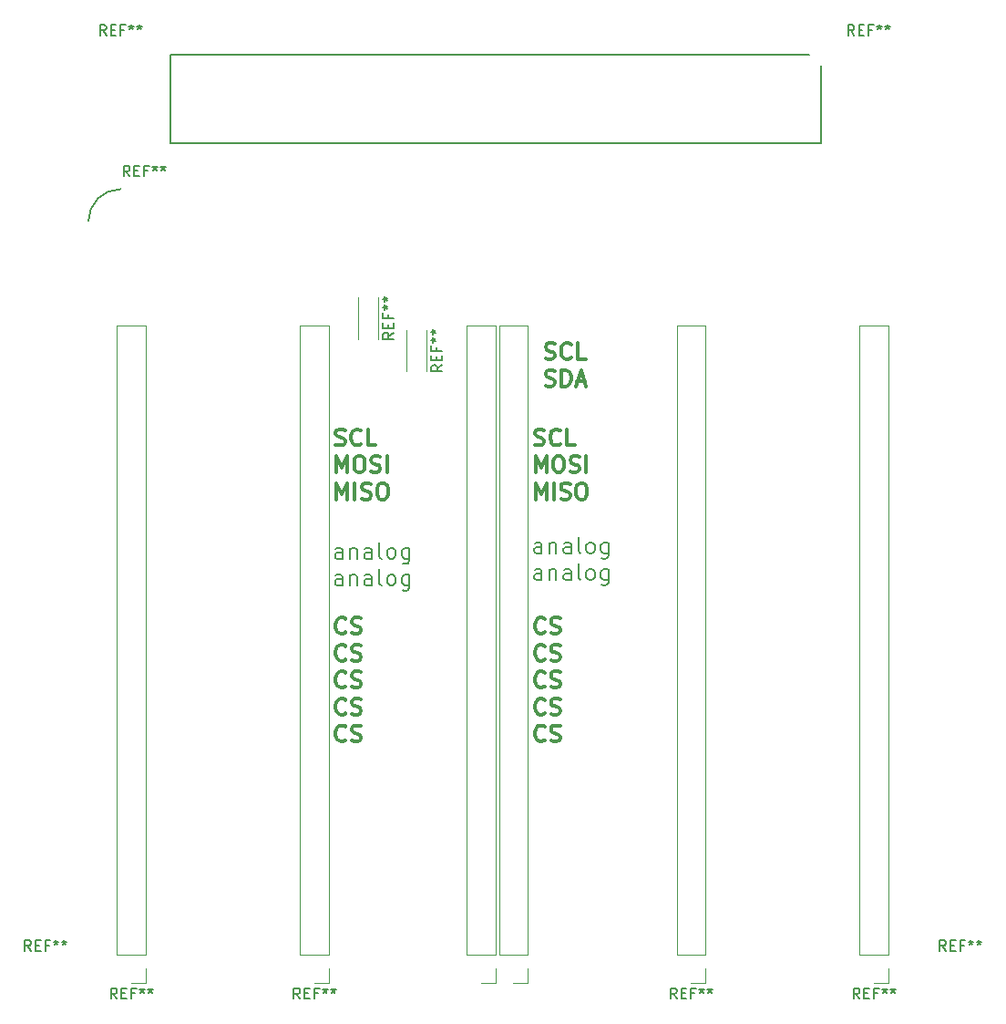
<source format=gbr>
%TF.GenerationSoftware,KiCad,Pcbnew,8.0.0*%
%TF.CreationDate,2025-01-08T23:24:48+02:00*%
%TF.ProjectId,diplomna_2024_pcb_layout,6469706c-6f6d-46e6-915f-323032345f70,rev?*%
%TF.SameCoordinates,Original*%
%TF.FileFunction,Legend,Top*%
%TF.FilePolarity,Positive*%
%FSLAX46Y46*%
G04 Gerber Fmt 4.6, Leading zero omitted, Abs format (unit mm)*
G04 Created by KiCad (PCBNEW 8.0.0) date 2025-01-08 23:24:48*
%MOMM*%
%LPD*%
G01*
G04 APERTURE LIST*
%ADD10C,0.300000*%
%ADD11C,0.187500*%
%ADD12C,0.150000*%
%ADD13C,0.127000*%
%ADD14C,0.120000*%
%ADD15C,0.200000*%
G04 APERTURE END LIST*
D10*
X207411653Y-114657971D02*
X207340225Y-114729400D01*
X207340225Y-114729400D02*
X207125939Y-114800828D01*
X207125939Y-114800828D02*
X206983082Y-114800828D01*
X206983082Y-114800828D02*
X206768796Y-114729400D01*
X206768796Y-114729400D02*
X206625939Y-114586542D01*
X206625939Y-114586542D02*
X206554510Y-114443685D01*
X206554510Y-114443685D02*
X206483082Y-114157971D01*
X206483082Y-114157971D02*
X206483082Y-113943685D01*
X206483082Y-113943685D02*
X206554510Y-113657971D01*
X206554510Y-113657971D02*
X206625939Y-113515114D01*
X206625939Y-113515114D02*
X206768796Y-113372257D01*
X206768796Y-113372257D02*
X206983082Y-113300828D01*
X206983082Y-113300828D02*
X207125939Y-113300828D01*
X207125939Y-113300828D02*
X207340225Y-113372257D01*
X207340225Y-113372257D02*
X207411653Y-113443685D01*
X207983082Y-114729400D02*
X208197368Y-114800828D01*
X208197368Y-114800828D02*
X208554510Y-114800828D01*
X208554510Y-114800828D02*
X208697368Y-114729400D01*
X208697368Y-114729400D02*
X208768796Y-114657971D01*
X208768796Y-114657971D02*
X208840225Y-114515114D01*
X208840225Y-114515114D02*
X208840225Y-114372257D01*
X208840225Y-114372257D02*
X208768796Y-114229400D01*
X208768796Y-114229400D02*
X208697368Y-114157971D01*
X208697368Y-114157971D02*
X208554510Y-114086542D01*
X208554510Y-114086542D02*
X208268796Y-114015114D01*
X208268796Y-114015114D02*
X208125939Y-113943685D01*
X208125939Y-113943685D02*
X208054510Y-113872257D01*
X208054510Y-113872257D02*
X207983082Y-113729400D01*
X207983082Y-113729400D02*
X207983082Y-113586542D01*
X207983082Y-113586542D02*
X208054510Y-113443685D01*
X208054510Y-113443685D02*
X208125939Y-113372257D01*
X208125939Y-113372257D02*
X208268796Y-113300828D01*
X208268796Y-113300828D02*
X208625939Y-113300828D01*
X208625939Y-113300828D02*
X208840225Y-113372257D01*
X188911653Y-107157971D02*
X188840225Y-107229400D01*
X188840225Y-107229400D02*
X188625939Y-107300828D01*
X188625939Y-107300828D02*
X188483082Y-107300828D01*
X188483082Y-107300828D02*
X188268796Y-107229400D01*
X188268796Y-107229400D02*
X188125939Y-107086542D01*
X188125939Y-107086542D02*
X188054510Y-106943685D01*
X188054510Y-106943685D02*
X187983082Y-106657971D01*
X187983082Y-106657971D02*
X187983082Y-106443685D01*
X187983082Y-106443685D02*
X188054510Y-106157971D01*
X188054510Y-106157971D02*
X188125939Y-106015114D01*
X188125939Y-106015114D02*
X188268796Y-105872257D01*
X188268796Y-105872257D02*
X188483082Y-105800828D01*
X188483082Y-105800828D02*
X188625939Y-105800828D01*
X188625939Y-105800828D02*
X188840225Y-105872257D01*
X188840225Y-105872257D02*
X188911653Y-105943685D01*
X189483082Y-107229400D02*
X189697368Y-107300828D01*
X189697368Y-107300828D02*
X190054510Y-107300828D01*
X190054510Y-107300828D02*
X190197368Y-107229400D01*
X190197368Y-107229400D02*
X190268796Y-107157971D01*
X190268796Y-107157971D02*
X190340225Y-107015114D01*
X190340225Y-107015114D02*
X190340225Y-106872257D01*
X190340225Y-106872257D02*
X190268796Y-106729400D01*
X190268796Y-106729400D02*
X190197368Y-106657971D01*
X190197368Y-106657971D02*
X190054510Y-106586542D01*
X190054510Y-106586542D02*
X189768796Y-106515114D01*
X189768796Y-106515114D02*
X189625939Y-106443685D01*
X189625939Y-106443685D02*
X189554510Y-106372257D01*
X189554510Y-106372257D02*
X189483082Y-106229400D01*
X189483082Y-106229400D02*
X189483082Y-106086542D01*
X189483082Y-106086542D02*
X189554510Y-105943685D01*
X189554510Y-105943685D02*
X189625939Y-105872257D01*
X189625939Y-105872257D02*
X189768796Y-105800828D01*
X189768796Y-105800828D02*
X190125939Y-105800828D01*
X190125939Y-105800828D02*
X190340225Y-105872257D01*
X188911653Y-112157971D02*
X188840225Y-112229400D01*
X188840225Y-112229400D02*
X188625939Y-112300828D01*
X188625939Y-112300828D02*
X188483082Y-112300828D01*
X188483082Y-112300828D02*
X188268796Y-112229400D01*
X188268796Y-112229400D02*
X188125939Y-112086542D01*
X188125939Y-112086542D02*
X188054510Y-111943685D01*
X188054510Y-111943685D02*
X187983082Y-111657971D01*
X187983082Y-111657971D02*
X187983082Y-111443685D01*
X187983082Y-111443685D02*
X188054510Y-111157971D01*
X188054510Y-111157971D02*
X188125939Y-111015114D01*
X188125939Y-111015114D02*
X188268796Y-110872257D01*
X188268796Y-110872257D02*
X188483082Y-110800828D01*
X188483082Y-110800828D02*
X188625939Y-110800828D01*
X188625939Y-110800828D02*
X188840225Y-110872257D01*
X188840225Y-110872257D02*
X188911653Y-110943685D01*
X189483082Y-112229400D02*
X189697368Y-112300828D01*
X189697368Y-112300828D02*
X190054510Y-112300828D01*
X190054510Y-112300828D02*
X190197368Y-112229400D01*
X190197368Y-112229400D02*
X190268796Y-112157971D01*
X190268796Y-112157971D02*
X190340225Y-112015114D01*
X190340225Y-112015114D02*
X190340225Y-111872257D01*
X190340225Y-111872257D02*
X190268796Y-111729400D01*
X190268796Y-111729400D02*
X190197368Y-111657971D01*
X190197368Y-111657971D02*
X190054510Y-111586542D01*
X190054510Y-111586542D02*
X189768796Y-111515114D01*
X189768796Y-111515114D02*
X189625939Y-111443685D01*
X189625939Y-111443685D02*
X189554510Y-111372257D01*
X189554510Y-111372257D02*
X189483082Y-111229400D01*
X189483082Y-111229400D02*
X189483082Y-111086542D01*
X189483082Y-111086542D02*
X189554510Y-110943685D01*
X189554510Y-110943685D02*
X189625939Y-110872257D01*
X189625939Y-110872257D02*
X189768796Y-110800828D01*
X189768796Y-110800828D02*
X190125939Y-110800828D01*
X190125939Y-110800828D02*
X190340225Y-110872257D01*
X207411653Y-107157971D02*
X207340225Y-107229400D01*
X207340225Y-107229400D02*
X207125939Y-107300828D01*
X207125939Y-107300828D02*
X206983082Y-107300828D01*
X206983082Y-107300828D02*
X206768796Y-107229400D01*
X206768796Y-107229400D02*
X206625939Y-107086542D01*
X206625939Y-107086542D02*
X206554510Y-106943685D01*
X206554510Y-106943685D02*
X206483082Y-106657971D01*
X206483082Y-106657971D02*
X206483082Y-106443685D01*
X206483082Y-106443685D02*
X206554510Y-106157971D01*
X206554510Y-106157971D02*
X206625939Y-106015114D01*
X206625939Y-106015114D02*
X206768796Y-105872257D01*
X206768796Y-105872257D02*
X206983082Y-105800828D01*
X206983082Y-105800828D02*
X207125939Y-105800828D01*
X207125939Y-105800828D02*
X207340225Y-105872257D01*
X207340225Y-105872257D02*
X207411653Y-105943685D01*
X207983082Y-107229400D02*
X208197368Y-107300828D01*
X208197368Y-107300828D02*
X208554510Y-107300828D01*
X208554510Y-107300828D02*
X208697368Y-107229400D01*
X208697368Y-107229400D02*
X208768796Y-107157971D01*
X208768796Y-107157971D02*
X208840225Y-107015114D01*
X208840225Y-107015114D02*
X208840225Y-106872257D01*
X208840225Y-106872257D02*
X208768796Y-106729400D01*
X208768796Y-106729400D02*
X208697368Y-106657971D01*
X208697368Y-106657971D02*
X208554510Y-106586542D01*
X208554510Y-106586542D02*
X208268796Y-106515114D01*
X208268796Y-106515114D02*
X208125939Y-106443685D01*
X208125939Y-106443685D02*
X208054510Y-106372257D01*
X208054510Y-106372257D02*
X207983082Y-106229400D01*
X207983082Y-106229400D02*
X207983082Y-106086542D01*
X207983082Y-106086542D02*
X208054510Y-105943685D01*
X208054510Y-105943685D02*
X208125939Y-105872257D01*
X208125939Y-105872257D02*
X208268796Y-105800828D01*
X208268796Y-105800828D02*
X208625939Y-105800828D01*
X208625939Y-105800828D02*
X208840225Y-105872257D01*
X206554510Y-94800828D02*
X206554510Y-93300828D01*
X206554510Y-93300828D02*
X207054510Y-94372257D01*
X207054510Y-94372257D02*
X207554510Y-93300828D01*
X207554510Y-93300828D02*
X207554510Y-94800828D01*
X208268796Y-94800828D02*
X208268796Y-93300828D01*
X208911654Y-94729400D02*
X209125940Y-94800828D01*
X209125940Y-94800828D02*
X209483082Y-94800828D01*
X209483082Y-94800828D02*
X209625940Y-94729400D01*
X209625940Y-94729400D02*
X209697368Y-94657971D01*
X209697368Y-94657971D02*
X209768797Y-94515114D01*
X209768797Y-94515114D02*
X209768797Y-94372257D01*
X209768797Y-94372257D02*
X209697368Y-94229400D01*
X209697368Y-94229400D02*
X209625940Y-94157971D01*
X209625940Y-94157971D02*
X209483082Y-94086542D01*
X209483082Y-94086542D02*
X209197368Y-94015114D01*
X209197368Y-94015114D02*
X209054511Y-93943685D01*
X209054511Y-93943685D02*
X208983082Y-93872257D01*
X208983082Y-93872257D02*
X208911654Y-93729400D01*
X208911654Y-93729400D02*
X208911654Y-93586542D01*
X208911654Y-93586542D02*
X208983082Y-93443685D01*
X208983082Y-93443685D02*
X209054511Y-93372257D01*
X209054511Y-93372257D02*
X209197368Y-93300828D01*
X209197368Y-93300828D02*
X209554511Y-93300828D01*
X209554511Y-93300828D02*
X209768797Y-93372257D01*
X210697368Y-93300828D02*
X210983082Y-93300828D01*
X210983082Y-93300828D02*
X211125939Y-93372257D01*
X211125939Y-93372257D02*
X211268796Y-93515114D01*
X211268796Y-93515114D02*
X211340225Y-93800828D01*
X211340225Y-93800828D02*
X211340225Y-94300828D01*
X211340225Y-94300828D02*
X211268796Y-94586542D01*
X211268796Y-94586542D02*
X211125939Y-94729400D01*
X211125939Y-94729400D02*
X210983082Y-94800828D01*
X210983082Y-94800828D02*
X210697368Y-94800828D01*
X210697368Y-94800828D02*
X210554511Y-94729400D01*
X210554511Y-94729400D02*
X210411653Y-94586542D01*
X210411653Y-94586542D02*
X210340225Y-94300828D01*
X210340225Y-94300828D02*
X210340225Y-93800828D01*
X210340225Y-93800828D02*
X210411653Y-93515114D01*
X210411653Y-93515114D02*
X210554511Y-93372257D01*
X210554511Y-93372257D02*
X210697368Y-93300828D01*
X206554510Y-92300828D02*
X206554510Y-90800828D01*
X206554510Y-90800828D02*
X207054510Y-91872257D01*
X207054510Y-91872257D02*
X207554510Y-90800828D01*
X207554510Y-90800828D02*
X207554510Y-92300828D01*
X208554511Y-90800828D02*
X208840225Y-90800828D01*
X208840225Y-90800828D02*
X208983082Y-90872257D01*
X208983082Y-90872257D02*
X209125939Y-91015114D01*
X209125939Y-91015114D02*
X209197368Y-91300828D01*
X209197368Y-91300828D02*
X209197368Y-91800828D01*
X209197368Y-91800828D02*
X209125939Y-92086542D01*
X209125939Y-92086542D02*
X208983082Y-92229400D01*
X208983082Y-92229400D02*
X208840225Y-92300828D01*
X208840225Y-92300828D02*
X208554511Y-92300828D01*
X208554511Y-92300828D02*
X208411654Y-92229400D01*
X208411654Y-92229400D02*
X208268796Y-92086542D01*
X208268796Y-92086542D02*
X208197368Y-91800828D01*
X208197368Y-91800828D02*
X208197368Y-91300828D01*
X208197368Y-91300828D02*
X208268796Y-91015114D01*
X208268796Y-91015114D02*
X208411654Y-90872257D01*
X208411654Y-90872257D02*
X208554511Y-90800828D01*
X209768797Y-92229400D02*
X209983083Y-92300828D01*
X209983083Y-92300828D02*
X210340225Y-92300828D01*
X210340225Y-92300828D02*
X210483083Y-92229400D01*
X210483083Y-92229400D02*
X210554511Y-92157971D01*
X210554511Y-92157971D02*
X210625940Y-92015114D01*
X210625940Y-92015114D02*
X210625940Y-91872257D01*
X210625940Y-91872257D02*
X210554511Y-91729400D01*
X210554511Y-91729400D02*
X210483083Y-91657971D01*
X210483083Y-91657971D02*
X210340225Y-91586542D01*
X210340225Y-91586542D02*
X210054511Y-91515114D01*
X210054511Y-91515114D02*
X209911654Y-91443685D01*
X209911654Y-91443685D02*
X209840225Y-91372257D01*
X209840225Y-91372257D02*
X209768797Y-91229400D01*
X209768797Y-91229400D02*
X209768797Y-91086542D01*
X209768797Y-91086542D02*
X209840225Y-90943685D01*
X209840225Y-90943685D02*
X209911654Y-90872257D01*
X209911654Y-90872257D02*
X210054511Y-90800828D01*
X210054511Y-90800828D02*
X210411654Y-90800828D01*
X210411654Y-90800828D02*
X210625940Y-90872257D01*
X211268796Y-92300828D02*
X211268796Y-90800828D01*
X207411653Y-117157971D02*
X207340225Y-117229400D01*
X207340225Y-117229400D02*
X207125939Y-117300828D01*
X207125939Y-117300828D02*
X206983082Y-117300828D01*
X206983082Y-117300828D02*
X206768796Y-117229400D01*
X206768796Y-117229400D02*
X206625939Y-117086542D01*
X206625939Y-117086542D02*
X206554510Y-116943685D01*
X206554510Y-116943685D02*
X206483082Y-116657971D01*
X206483082Y-116657971D02*
X206483082Y-116443685D01*
X206483082Y-116443685D02*
X206554510Y-116157971D01*
X206554510Y-116157971D02*
X206625939Y-116015114D01*
X206625939Y-116015114D02*
X206768796Y-115872257D01*
X206768796Y-115872257D02*
X206983082Y-115800828D01*
X206983082Y-115800828D02*
X207125939Y-115800828D01*
X207125939Y-115800828D02*
X207340225Y-115872257D01*
X207340225Y-115872257D02*
X207411653Y-115943685D01*
X207983082Y-117229400D02*
X208197368Y-117300828D01*
X208197368Y-117300828D02*
X208554510Y-117300828D01*
X208554510Y-117300828D02*
X208697368Y-117229400D01*
X208697368Y-117229400D02*
X208768796Y-117157971D01*
X208768796Y-117157971D02*
X208840225Y-117015114D01*
X208840225Y-117015114D02*
X208840225Y-116872257D01*
X208840225Y-116872257D02*
X208768796Y-116729400D01*
X208768796Y-116729400D02*
X208697368Y-116657971D01*
X208697368Y-116657971D02*
X208554510Y-116586542D01*
X208554510Y-116586542D02*
X208268796Y-116515114D01*
X208268796Y-116515114D02*
X208125939Y-116443685D01*
X208125939Y-116443685D02*
X208054510Y-116372257D01*
X208054510Y-116372257D02*
X207983082Y-116229400D01*
X207983082Y-116229400D02*
X207983082Y-116086542D01*
X207983082Y-116086542D02*
X208054510Y-115943685D01*
X208054510Y-115943685D02*
X208125939Y-115872257D01*
X208125939Y-115872257D02*
X208268796Y-115800828D01*
X208268796Y-115800828D02*
X208625939Y-115800828D01*
X208625939Y-115800828D02*
X208840225Y-115872257D01*
X207483082Y-84229400D02*
X207697368Y-84300828D01*
X207697368Y-84300828D02*
X208054510Y-84300828D01*
X208054510Y-84300828D02*
X208197368Y-84229400D01*
X208197368Y-84229400D02*
X208268796Y-84157971D01*
X208268796Y-84157971D02*
X208340225Y-84015114D01*
X208340225Y-84015114D02*
X208340225Y-83872257D01*
X208340225Y-83872257D02*
X208268796Y-83729400D01*
X208268796Y-83729400D02*
X208197368Y-83657971D01*
X208197368Y-83657971D02*
X208054510Y-83586542D01*
X208054510Y-83586542D02*
X207768796Y-83515114D01*
X207768796Y-83515114D02*
X207625939Y-83443685D01*
X207625939Y-83443685D02*
X207554510Y-83372257D01*
X207554510Y-83372257D02*
X207483082Y-83229400D01*
X207483082Y-83229400D02*
X207483082Y-83086542D01*
X207483082Y-83086542D02*
X207554510Y-82943685D01*
X207554510Y-82943685D02*
X207625939Y-82872257D01*
X207625939Y-82872257D02*
X207768796Y-82800828D01*
X207768796Y-82800828D02*
X208125939Y-82800828D01*
X208125939Y-82800828D02*
X208340225Y-82872257D01*
X208983081Y-84300828D02*
X208983081Y-82800828D01*
X208983081Y-82800828D02*
X209340224Y-82800828D01*
X209340224Y-82800828D02*
X209554510Y-82872257D01*
X209554510Y-82872257D02*
X209697367Y-83015114D01*
X209697367Y-83015114D02*
X209768796Y-83157971D01*
X209768796Y-83157971D02*
X209840224Y-83443685D01*
X209840224Y-83443685D02*
X209840224Y-83657971D01*
X209840224Y-83657971D02*
X209768796Y-83943685D01*
X209768796Y-83943685D02*
X209697367Y-84086542D01*
X209697367Y-84086542D02*
X209554510Y-84229400D01*
X209554510Y-84229400D02*
X209340224Y-84300828D01*
X209340224Y-84300828D02*
X208983081Y-84300828D01*
X210411653Y-83872257D02*
X211125939Y-83872257D01*
X210268796Y-84300828D02*
X210768796Y-82800828D01*
X210768796Y-82800828D02*
X211268796Y-84300828D01*
X206483082Y-89729400D02*
X206697368Y-89800828D01*
X206697368Y-89800828D02*
X207054510Y-89800828D01*
X207054510Y-89800828D02*
X207197368Y-89729400D01*
X207197368Y-89729400D02*
X207268796Y-89657971D01*
X207268796Y-89657971D02*
X207340225Y-89515114D01*
X207340225Y-89515114D02*
X207340225Y-89372257D01*
X207340225Y-89372257D02*
X207268796Y-89229400D01*
X207268796Y-89229400D02*
X207197368Y-89157971D01*
X207197368Y-89157971D02*
X207054510Y-89086542D01*
X207054510Y-89086542D02*
X206768796Y-89015114D01*
X206768796Y-89015114D02*
X206625939Y-88943685D01*
X206625939Y-88943685D02*
X206554510Y-88872257D01*
X206554510Y-88872257D02*
X206483082Y-88729400D01*
X206483082Y-88729400D02*
X206483082Y-88586542D01*
X206483082Y-88586542D02*
X206554510Y-88443685D01*
X206554510Y-88443685D02*
X206625939Y-88372257D01*
X206625939Y-88372257D02*
X206768796Y-88300828D01*
X206768796Y-88300828D02*
X207125939Y-88300828D01*
X207125939Y-88300828D02*
X207340225Y-88372257D01*
X208840224Y-89657971D02*
X208768796Y-89729400D01*
X208768796Y-89729400D02*
X208554510Y-89800828D01*
X208554510Y-89800828D02*
X208411653Y-89800828D01*
X208411653Y-89800828D02*
X208197367Y-89729400D01*
X208197367Y-89729400D02*
X208054510Y-89586542D01*
X208054510Y-89586542D02*
X207983081Y-89443685D01*
X207983081Y-89443685D02*
X207911653Y-89157971D01*
X207911653Y-89157971D02*
X207911653Y-88943685D01*
X207911653Y-88943685D02*
X207983081Y-88657971D01*
X207983081Y-88657971D02*
X208054510Y-88515114D01*
X208054510Y-88515114D02*
X208197367Y-88372257D01*
X208197367Y-88372257D02*
X208411653Y-88300828D01*
X208411653Y-88300828D02*
X208554510Y-88300828D01*
X208554510Y-88300828D02*
X208768796Y-88372257D01*
X208768796Y-88372257D02*
X208840224Y-88443685D01*
X210197367Y-89800828D02*
X209483081Y-89800828D01*
X209483081Y-89800828D02*
X209483081Y-88300828D01*
X207411653Y-112157971D02*
X207340225Y-112229400D01*
X207340225Y-112229400D02*
X207125939Y-112300828D01*
X207125939Y-112300828D02*
X206983082Y-112300828D01*
X206983082Y-112300828D02*
X206768796Y-112229400D01*
X206768796Y-112229400D02*
X206625939Y-112086542D01*
X206625939Y-112086542D02*
X206554510Y-111943685D01*
X206554510Y-111943685D02*
X206483082Y-111657971D01*
X206483082Y-111657971D02*
X206483082Y-111443685D01*
X206483082Y-111443685D02*
X206554510Y-111157971D01*
X206554510Y-111157971D02*
X206625939Y-111015114D01*
X206625939Y-111015114D02*
X206768796Y-110872257D01*
X206768796Y-110872257D02*
X206983082Y-110800828D01*
X206983082Y-110800828D02*
X207125939Y-110800828D01*
X207125939Y-110800828D02*
X207340225Y-110872257D01*
X207340225Y-110872257D02*
X207411653Y-110943685D01*
X207983082Y-112229400D02*
X208197368Y-112300828D01*
X208197368Y-112300828D02*
X208554510Y-112300828D01*
X208554510Y-112300828D02*
X208697368Y-112229400D01*
X208697368Y-112229400D02*
X208768796Y-112157971D01*
X208768796Y-112157971D02*
X208840225Y-112015114D01*
X208840225Y-112015114D02*
X208840225Y-111872257D01*
X208840225Y-111872257D02*
X208768796Y-111729400D01*
X208768796Y-111729400D02*
X208697368Y-111657971D01*
X208697368Y-111657971D02*
X208554510Y-111586542D01*
X208554510Y-111586542D02*
X208268796Y-111515114D01*
X208268796Y-111515114D02*
X208125939Y-111443685D01*
X208125939Y-111443685D02*
X208054510Y-111372257D01*
X208054510Y-111372257D02*
X207983082Y-111229400D01*
X207983082Y-111229400D02*
X207983082Y-111086542D01*
X207983082Y-111086542D02*
X208054510Y-110943685D01*
X208054510Y-110943685D02*
X208125939Y-110872257D01*
X208125939Y-110872257D02*
X208268796Y-110800828D01*
X208268796Y-110800828D02*
X208625939Y-110800828D01*
X208625939Y-110800828D02*
X208840225Y-110872257D01*
X188054510Y-94800828D02*
X188054510Y-93300828D01*
X188054510Y-93300828D02*
X188554510Y-94372257D01*
X188554510Y-94372257D02*
X189054510Y-93300828D01*
X189054510Y-93300828D02*
X189054510Y-94800828D01*
X189768796Y-94800828D02*
X189768796Y-93300828D01*
X190411654Y-94729400D02*
X190625940Y-94800828D01*
X190625940Y-94800828D02*
X190983082Y-94800828D01*
X190983082Y-94800828D02*
X191125940Y-94729400D01*
X191125940Y-94729400D02*
X191197368Y-94657971D01*
X191197368Y-94657971D02*
X191268797Y-94515114D01*
X191268797Y-94515114D02*
X191268797Y-94372257D01*
X191268797Y-94372257D02*
X191197368Y-94229400D01*
X191197368Y-94229400D02*
X191125940Y-94157971D01*
X191125940Y-94157971D02*
X190983082Y-94086542D01*
X190983082Y-94086542D02*
X190697368Y-94015114D01*
X190697368Y-94015114D02*
X190554511Y-93943685D01*
X190554511Y-93943685D02*
X190483082Y-93872257D01*
X190483082Y-93872257D02*
X190411654Y-93729400D01*
X190411654Y-93729400D02*
X190411654Y-93586542D01*
X190411654Y-93586542D02*
X190483082Y-93443685D01*
X190483082Y-93443685D02*
X190554511Y-93372257D01*
X190554511Y-93372257D02*
X190697368Y-93300828D01*
X190697368Y-93300828D02*
X191054511Y-93300828D01*
X191054511Y-93300828D02*
X191268797Y-93372257D01*
X192197368Y-93300828D02*
X192483082Y-93300828D01*
X192483082Y-93300828D02*
X192625939Y-93372257D01*
X192625939Y-93372257D02*
X192768796Y-93515114D01*
X192768796Y-93515114D02*
X192840225Y-93800828D01*
X192840225Y-93800828D02*
X192840225Y-94300828D01*
X192840225Y-94300828D02*
X192768796Y-94586542D01*
X192768796Y-94586542D02*
X192625939Y-94729400D01*
X192625939Y-94729400D02*
X192483082Y-94800828D01*
X192483082Y-94800828D02*
X192197368Y-94800828D01*
X192197368Y-94800828D02*
X192054511Y-94729400D01*
X192054511Y-94729400D02*
X191911653Y-94586542D01*
X191911653Y-94586542D02*
X191840225Y-94300828D01*
X191840225Y-94300828D02*
X191840225Y-93800828D01*
X191840225Y-93800828D02*
X191911653Y-93515114D01*
X191911653Y-93515114D02*
X192054511Y-93372257D01*
X192054511Y-93372257D02*
X192197368Y-93300828D01*
D11*
X188623355Y-100306678D02*
X188623355Y-99520964D01*
X188623355Y-99520964D02*
X188551926Y-99378107D01*
X188551926Y-99378107D02*
X188409069Y-99306678D01*
X188409069Y-99306678D02*
X188123355Y-99306678D01*
X188123355Y-99306678D02*
X187980497Y-99378107D01*
X188623355Y-100235250D02*
X188480497Y-100306678D01*
X188480497Y-100306678D02*
X188123355Y-100306678D01*
X188123355Y-100306678D02*
X187980497Y-100235250D01*
X187980497Y-100235250D02*
X187909069Y-100092392D01*
X187909069Y-100092392D02*
X187909069Y-99949535D01*
X187909069Y-99949535D02*
X187980497Y-99806678D01*
X187980497Y-99806678D02*
X188123355Y-99735250D01*
X188123355Y-99735250D02*
X188480497Y-99735250D01*
X188480497Y-99735250D02*
X188623355Y-99663821D01*
X189337640Y-99306678D02*
X189337640Y-100306678D01*
X189337640Y-99449535D02*
X189409069Y-99378107D01*
X189409069Y-99378107D02*
X189551926Y-99306678D01*
X189551926Y-99306678D02*
X189766212Y-99306678D01*
X189766212Y-99306678D02*
X189909069Y-99378107D01*
X189909069Y-99378107D02*
X189980498Y-99520964D01*
X189980498Y-99520964D02*
X189980498Y-100306678D01*
X191337641Y-100306678D02*
X191337641Y-99520964D01*
X191337641Y-99520964D02*
X191266212Y-99378107D01*
X191266212Y-99378107D02*
X191123355Y-99306678D01*
X191123355Y-99306678D02*
X190837641Y-99306678D01*
X190837641Y-99306678D02*
X190694783Y-99378107D01*
X191337641Y-100235250D02*
X191194783Y-100306678D01*
X191194783Y-100306678D02*
X190837641Y-100306678D01*
X190837641Y-100306678D02*
X190694783Y-100235250D01*
X190694783Y-100235250D02*
X190623355Y-100092392D01*
X190623355Y-100092392D02*
X190623355Y-99949535D01*
X190623355Y-99949535D02*
X190694783Y-99806678D01*
X190694783Y-99806678D02*
X190837641Y-99735250D01*
X190837641Y-99735250D02*
X191194783Y-99735250D01*
X191194783Y-99735250D02*
X191337641Y-99663821D01*
X192266212Y-100306678D02*
X192123355Y-100235250D01*
X192123355Y-100235250D02*
X192051926Y-100092392D01*
X192051926Y-100092392D02*
X192051926Y-98806678D01*
X193051926Y-100306678D02*
X192909069Y-100235250D01*
X192909069Y-100235250D02*
X192837640Y-100163821D01*
X192837640Y-100163821D02*
X192766212Y-100020964D01*
X192766212Y-100020964D02*
X192766212Y-99592392D01*
X192766212Y-99592392D02*
X192837640Y-99449535D01*
X192837640Y-99449535D02*
X192909069Y-99378107D01*
X192909069Y-99378107D02*
X193051926Y-99306678D01*
X193051926Y-99306678D02*
X193266212Y-99306678D01*
X193266212Y-99306678D02*
X193409069Y-99378107D01*
X193409069Y-99378107D02*
X193480498Y-99449535D01*
X193480498Y-99449535D02*
X193551926Y-99592392D01*
X193551926Y-99592392D02*
X193551926Y-100020964D01*
X193551926Y-100020964D02*
X193480498Y-100163821D01*
X193480498Y-100163821D02*
X193409069Y-100235250D01*
X193409069Y-100235250D02*
X193266212Y-100306678D01*
X193266212Y-100306678D02*
X193051926Y-100306678D01*
X194837641Y-99306678D02*
X194837641Y-100520964D01*
X194837641Y-100520964D02*
X194766212Y-100663821D01*
X194766212Y-100663821D02*
X194694783Y-100735250D01*
X194694783Y-100735250D02*
X194551926Y-100806678D01*
X194551926Y-100806678D02*
X194337641Y-100806678D01*
X194337641Y-100806678D02*
X194194783Y-100735250D01*
X194837641Y-100235250D02*
X194694783Y-100306678D01*
X194694783Y-100306678D02*
X194409069Y-100306678D01*
X194409069Y-100306678D02*
X194266212Y-100235250D01*
X194266212Y-100235250D02*
X194194783Y-100163821D01*
X194194783Y-100163821D02*
X194123355Y-100020964D01*
X194123355Y-100020964D02*
X194123355Y-99592392D01*
X194123355Y-99592392D02*
X194194783Y-99449535D01*
X194194783Y-99449535D02*
X194266212Y-99378107D01*
X194266212Y-99378107D02*
X194409069Y-99306678D01*
X194409069Y-99306678D02*
X194694783Y-99306678D01*
X194694783Y-99306678D02*
X194837641Y-99378107D01*
D10*
X207411653Y-109657971D02*
X207340225Y-109729400D01*
X207340225Y-109729400D02*
X207125939Y-109800828D01*
X207125939Y-109800828D02*
X206983082Y-109800828D01*
X206983082Y-109800828D02*
X206768796Y-109729400D01*
X206768796Y-109729400D02*
X206625939Y-109586542D01*
X206625939Y-109586542D02*
X206554510Y-109443685D01*
X206554510Y-109443685D02*
X206483082Y-109157971D01*
X206483082Y-109157971D02*
X206483082Y-108943685D01*
X206483082Y-108943685D02*
X206554510Y-108657971D01*
X206554510Y-108657971D02*
X206625939Y-108515114D01*
X206625939Y-108515114D02*
X206768796Y-108372257D01*
X206768796Y-108372257D02*
X206983082Y-108300828D01*
X206983082Y-108300828D02*
X207125939Y-108300828D01*
X207125939Y-108300828D02*
X207340225Y-108372257D01*
X207340225Y-108372257D02*
X207411653Y-108443685D01*
X207983082Y-109729400D02*
X208197368Y-109800828D01*
X208197368Y-109800828D02*
X208554510Y-109800828D01*
X208554510Y-109800828D02*
X208697368Y-109729400D01*
X208697368Y-109729400D02*
X208768796Y-109657971D01*
X208768796Y-109657971D02*
X208840225Y-109515114D01*
X208840225Y-109515114D02*
X208840225Y-109372257D01*
X208840225Y-109372257D02*
X208768796Y-109229400D01*
X208768796Y-109229400D02*
X208697368Y-109157971D01*
X208697368Y-109157971D02*
X208554510Y-109086542D01*
X208554510Y-109086542D02*
X208268796Y-109015114D01*
X208268796Y-109015114D02*
X208125939Y-108943685D01*
X208125939Y-108943685D02*
X208054510Y-108872257D01*
X208054510Y-108872257D02*
X207983082Y-108729400D01*
X207983082Y-108729400D02*
X207983082Y-108586542D01*
X207983082Y-108586542D02*
X208054510Y-108443685D01*
X208054510Y-108443685D02*
X208125939Y-108372257D01*
X208125939Y-108372257D02*
X208268796Y-108300828D01*
X208268796Y-108300828D02*
X208625939Y-108300828D01*
X208625939Y-108300828D02*
X208840225Y-108372257D01*
D11*
X207123355Y-99806678D02*
X207123355Y-99020964D01*
X207123355Y-99020964D02*
X207051926Y-98878107D01*
X207051926Y-98878107D02*
X206909069Y-98806678D01*
X206909069Y-98806678D02*
X206623355Y-98806678D01*
X206623355Y-98806678D02*
X206480497Y-98878107D01*
X207123355Y-99735250D02*
X206980497Y-99806678D01*
X206980497Y-99806678D02*
X206623355Y-99806678D01*
X206623355Y-99806678D02*
X206480497Y-99735250D01*
X206480497Y-99735250D02*
X206409069Y-99592392D01*
X206409069Y-99592392D02*
X206409069Y-99449535D01*
X206409069Y-99449535D02*
X206480497Y-99306678D01*
X206480497Y-99306678D02*
X206623355Y-99235250D01*
X206623355Y-99235250D02*
X206980497Y-99235250D01*
X206980497Y-99235250D02*
X207123355Y-99163821D01*
X207837640Y-98806678D02*
X207837640Y-99806678D01*
X207837640Y-98949535D02*
X207909069Y-98878107D01*
X207909069Y-98878107D02*
X208051926Y-98806678D01*
X208051926Y-98806678D02*
X208266212Y-98806678D01*
X208266212Y-98806678D02*
X208409069Y-98878107D01*
X208409069Y-98878107D02*
X208480498Y-99020964D01*
X208480498Y-99020964D02*
X208480498Y-99806678D01*
X209837641Y-99806678D02*
X209837641Y-99020964D01*
X209837641Y-99020964D02*
X209766212Y-98878107D01*
X209766212Y-98878107D02*
X209623355Y-98806678D01*
X209623355Y-98806678D02*
X209337641Y-98806678D01*
X209337641Y-98806678D02*
X209194783Y-98878107D01*
X209837641Y-99735250D02*
X209694783Y-99806678D01*
X209694783Y-99806678D02*
X209337641Y-99806678D01*
X209337641Y-99806678D02*
X209194783Y-99735250D01*
X209194783Y-99735250D02*
X209123355Y-99592392D01*
X209123355Y-99592392D02*
X209123355Y-99449535D01*
X209123355Y-99449535D02*
X209194783Y-99306678D01*
X209194783Y-99306678D02*
X209337641Y-99235250D01*
X209337641Y-99235250D02*
X209694783Y-99235250D01*
X209694783Y-99235250D02*
X209837641Y-99163821D01*
X210766212Y-99806678D02*
X210623355Y-99735250D01*
X210623355Y-99735250D02*
X210551926Y-99592392D01*
X210551926Y-99592392D02*
X210551926Y-98306678D01*
X211551926Y-99806678D02*
X211409069Y-99735250D01*
X211409069Y-99735250D02*
X211337640Y-99663821D01*
X211337640Y-99663821D02*
X211266212Y-99520964D01*
X211266212Y-99520964D02*
X211266212Y-99092392D01*
X211266212Y-99092392D02*
X211337640Y-98949535D01*
X211337640Y-98949535D02*
X211409069Y-98878107D01*
X211409069Y-98878107D02*
X211551926Y-98806678D01*
X211551926Y-98806678D02*
X211766212Y-98806678D01*
X211766212Y-98806678D02*
X211909069Y-98878107D01*
X211909069Y-98878107D02*
X211980498Y-98949535D01*
X211980498Y-98949535D02*
X212051926Y-99092392D01*
X212051926Y-99092392D02*
X212051926Y-99520964D01*
X212051926Y-99520964D02*
X211980498Y-99663821D01*
X211980498Y-99663821D02*
X211909069Y-99735250D01*
X211909069Y-99735250D02*
X211766212Y-99806678D01*
X211766212Y-99806678D02*
X211551926Y-99806678D01*
X213337641Y-98806678D02*
X213337641Y-100020964D01*
X213337641Y-100020964D02*
X213266212Y-100163821D01*
X213266212Y-100163821D02*
X213194783Y-100235250D01*
X213194783Y-100235250D02*
X213051926Y-100306678D01*
X213051926Y-100306678D02*
X212837641Y-100306678D01*
X212837641Y-100306678D02*
X212694783Y-100235250D01*
X213337641Y-99735250D02*
X213194783Y-99806678D01*
X213194783Y-99806678D02*
X212909069Y-99806678D01*
X212909069Y-99806678D02*
X212766212Y-99735250D01*
X212766212Y-99735250D02*
X212694783Y-99663821D01*
X212694783Y-99663821D02*
X212623355Y-99520964D01*
X212623355Y-99520964D02*
X212623355Y-99092392D01*
X212623355Y-99092392D02*
X212694783Y-98949535D01*
X212694783Y-98949535D02*
X212766212Y-98878107D01*
X212766212Y-98878107D02*
X212909069Y-98806678D01*
X212909069Y-98806678D02*
X213194783Y-98806678D01*
X213194783Y-98806678D02*
X213337641Y-98878107D01*
D10*
X207483082Y-81729400D02*
X207697368Y-81800828D01*
X207697368Y-81800828D02*
X208054510Y-81800828D01*
X208054510Y-81800828D02*
X208197368Y-81729400D01*
X208197368Y-81729400D02*
X208268796Y-81657971D01*
X208268796Y-81657971D02*
X208340225Y-81515114D01*
X208340225Y-81515114D02*
X208340225Y-81372257D01*
X208340225Y-81372257D02*
X208268796Y-81229400D01*
X208268796Y-81229400D02*
X208197368Y-81157971D01*
X208197368Y-81157971D02*
X208054510Y-81086542D01*
X208054510Y-81086542D02*
X207768796Y-81015114D01*
X207768796Y-81015114D02*
X207625939Y-80943685D01*
X207625939Y-80943685D02*
X207554510Y-80872257D01*
X207554510Y-80872257D02*
X207483082Y-80729400D01*
X207483082Y-80729400D02*
X207483082Y-80586542D01*
X207483082Y-80586542D02*
X207554510Y-80443685D01*
X207554510Y-80443685D02*
X207625939Y-80372257D01*
X207625939Y-80372257D02*
X207768796Y-80300828D01*
X207768796Y-80300828D02*
X208125939Y-80300828D01*
X208125939Y-80300828D02*
X208340225Y-80372257D01*
X209840224Y-81657971D02*
X209768796Y-81729400D01*
X209768796Y-81729400D02*
X209554510Y-81800828D01*
X209554510Y-81800828D02*
X209411653Y-81800828D01*
X209411653Y-81800828D02*
X209197367Y-81729400D01*
X209197367Y-81729400D02*
X209054510Y-81586542D01*
X209054510Y-81586542D02*
X208983081Y-81443685D01*
X208983081Y-81443685D02*
X208911653Y-81157971D01*
X208911653Y-81157971D02*
X208911653Y-80943685D01*
X208911653Y-80943685D02*
X208983081Y-80657971D01*
X208983081Y-80657971D02*
X209054510Y-80515114D01*
X209054510Y-80515114D02*
X209197367Y-80372257D01*
X209197367Y-80372257D02*
X209411653Y-80300828D01*
X209411653Y-80300828D02*
X209554510Y-80300828D01*
X209554510Y-80300828D02*
X209768796Y-80372257D01*
X209768796Y-80372257D02*
X209840224Y-80443685D01*
X211197367Y-81800828D02*
X210483081Y-81800828D01*
X210483081Y-81800828D02*
X210483081Y-80300828D01*
X188911653Y-114657971D02*
X188840225Y-114729400D01*
X188840225Y-114729400D02*
X188625939Y-114800828D01*
X188625939Y-114800828D02*
X188483082Y-114800828D01*
X188483082Y-114800828D02*
X188268796Y-114729400D01*
X188268796Y-114729400D02*
X188125939Y-114586542D01*
X188125939Y-114586542D02*
X188054510Y-114443685D01*
X188054510Y-114443685D02*
X187983082Y-114157971D01*
X187983082Y-114157971D02*
X187983082Y-113943685D01*
X187983082Y-113943685D02*
X188054510Y-113657971D01*
X188054510Y-113657971D02*
X188125939Y-113515114D01*
X188125939Y-113515114D02*
X188268796Y-113372257D01*
X188268796Y-113372257D02*
X188483082Y-113300828D01*
X188483082Y-113300828D02*
X188625939Y-113300828D01*
X188625939Y-113300828D02*
X188840225Y-113372257D01*
X188840225Y-113372257D02*
X188911653Y-113443685D01*
X189483082Y-114729400D02*
X189697368Y-114800828D01*
X189697368Y-114800828D02*
X190054510Y-114800828D01*
X190054510Y-114800828D02*
X190197368Y-114729400D01*
X190197368Y-114729400D02*
X190268796Y-114657971D01*
X190268796Y-114657971D02*
X190340225Y-114515114D01*
X190340225Y-114515114D02*
X190340225Y-114372257D01*
X190340225Y-114372257D02*
X190268796Y-114229400D01*
X190268796Y-114229400D02*
X190197368Y-114157971D01*
X190197368Y-114157971D02*
X190054510Y-114086542D01*
X190054510Y-114086542D02*
X189768796Y-114015114D01*
X189768796Y-114015114D02*
X189625939Y-113943685D01*
X189625939Y-113943685D02*
X189554510Y-113872257D01*
X189554510Y-113872257D02*
X189483082Y-113729400D01*
X189483082Y-113729400D02*
X189483082Y-113586542D01*
X189483082Y-113586542D02*
X189554510Y-113443685D01*
X189554510Y-113443685D02*
X189625939Y-113372257D01*
X189625939Y-113372257D02*
X189768796Y-113300828D01*
X189768796Y-113300828D02*
X190125939Y-113300828D01*
X190125939Y-113300828D02*
X190340225Y-113372257D01*
X188054510Y-92300828D02*
X188054510Y-90800828D01*
X188054510Y-90800828D02*
X188554510Y-91872257D01*
X188554510Y-91872257D02*
X189054510Y-90800828D01*
X189054510Y-90800828D02*
X189054510Y-92300828D01*
X190054511Y-90800828D02*
X190340225Y-90800828D01*
X190340225Y-90800828D02*
X190483082Y-90872257D01*
X190483082Y-90872257D02*
X190625939Y-91015114D01*
X190625939Y-91015114D02*
X190697368Y-91300828D01*
X190697368Y-91300828D02*
X190697368Y-91800828D01*
X190697368Y-91800828D02*
X190625939Y-92086542D01*
X190625939Y-92086542D02*
X190483082Y-92229400D01*
X190483082Y-92229400D02*
X190340225Y-92300828D01*
X190340225Y-92300828D02*
X190054511Y-92300828D01*
X190054511Y-92300828D02*
X189911654Y-92229400D01*
X189911654Y-92229400D02*
X189768796Y-92086542D01*
X189768796Y-92086542D02*
X189697368Y-91800828D01*
X189697368Y-91800828D02*
X189697368Y-91300828D01*
X189697368Y-91300828D02*
X189768796Y-91015114D01*
X189768796Y-91015114D02*
X189911654Y-90872257D01*
X189911654Y-90872257D02*
X190054511Y-90800828D01*
X191268797Y-92229400D02*
X191483083Y-92300828D01*
X191483083Y-92300828D02*
X191840225Y-92300828D01*
X191840225Y-92300828D02*
X191983083Y-92229400D01*
X191983083Y-92229400D02*
X192054511Y-92157971D01*
X192054511Y-92157971D02*
X192125940Y-92015114D01*
X192125940Y-92015114D02*
X192125940Y-91872257D01*
X192125940Y-91872257D02*
X192054511Y-91729400D01*
X192054511Y-91729400D02*
X191983083Y-91657971D01*
X191983083Y-91657971D02*
X191840225Y-91586542D01*
X191840225Y-91586542D02*
X191554511Y-91515114D01*
X191554511Y-91515114D02*
X191411654Y-91443685D01*
X191411654Y-91443685D02*
X191340225Y-91372257D01*
X191340225Y-91372257D02*
X191268797Y-91229400D01*
X191268797Y-91229400D02*
X191268797Y-91086542D01*
X191268797Y-91086542D02*
X191340225Y-90943685D01*
X191340225Y-90943685D02*
X191411654Y-90872257D01*
X191411654Y-90872257D02*
X191554511Y-90800828D01*
X191554511Y-90800828D02*
X191911654Y-90800828D01*
X191911654Y-90800828D02*
X192125940Y-90872257D01*
X192768796Y-92300828D02*
X192768796Y-90800828D01*
X188911653Y-117157971D02*
X188840225Y-117229400D01*
X188840225Y-117229400D02*
X188625939Y-117300828D01*
X188625939Y-117300828D02*
X188483082Y-117300828D01*
X188483082Y-117300828D02*
X188268796Y-117229400D01*
X188268796Y-117229400D02*
X188125939Y-117086542D01*
X188125939Y-117086542D02*
X188054510Y-116943685D01*
X188054510Y-116943685D02*
X187983082Y-116657971D01*
X187983082Y-116657971D02*
X187983082Y-116443685D01*
X187983082Y-116443685D02*
X188054510Y-116157971D01*
X188054510Y-116157971D02*
X188125939Y-116015114D01*
X188125939Y-116015114D02*
X188268796Y-115872257D01*
X188268796Y-115872257D02*
X188483082Y-115800828D01*
X188483082Y-115800828D02*
X188625939Y-115800828D01*
X188625939Y-115800828D02*
X188840225Y-115872257D01*
X188840225Y-115872257D02*
X188911653Y-115943685D01*
X189483082Y-117229400D02*
X189697368Y-117300828D01*
X189697368Y-117300828D02*
X190054510Y-117300828D01*
X190054510Y-117300828D02*
X190197368Y-117229400D01*
X190197368Y-117229400D02*
X190268796Y-117157971D01*
X190268796Y-117157971D02*
X190340225Y-117015114D01*
X190340225Y-117015114D02*
X190340225Y-116872257D01*
X190340225Y-116872257D02*
X190268796Y-116729400D01*
X190268796Y-116729400D02*
X190197368Y-116657971D01*
X190197368Y-116657971D02*
X190054510Y-116586542D01*
X190054510Y-116586542D02*
X189768796Y-116515114D01*
X189768796Y-116515114D02*
X189625939Y-116443685D01*
X189625939Y-116443685D02*
X189554510Y-116372257D01*
X189554510Y-116372257D02*
X189483082Y-116229400D01*
X189483082Y-116229400D02*
X189483082Y-116086542D01*
X189483082Y-116086542D02*
X189554510Y-115943685D01*
X189554510Y-115943685D02*
X189625939Y-115872257D01*
X189625939Y-115872257D02*
X189768796Y-115800828D01*
X189768796Y-115800828D02*
X190125939Y-115800828D01*
X190125939Y-115800828D02*
X190340225Y-115872257D01*
X187983082Y-89729400D02*
X188197368Y-89800828D01*
X188197368Y-89800828D02*
X188554510Y-89800828D01*
X188554510Y-89800828D02*
X188697368Y-89729400D01*
X188697368Y-89729400D02*
X188768796Y-89657971D01*
X188768796Y-89657971D02*
X188840225Y-89515114D01*
X188840225Y-89515114D02*
X188840225Y-89372257D01*
X188840225Y-89372257D02*
X188768796Y-89229400D01*
X188768796Y-89229400D02*
X188697368Y-89157971D01*
X188697368Y-89157971D02*
X188554510Y-89086542D01*
X188554510Y-89086542D02*
X188268796Y-89015114D01*
X188268796Y-89015114D02*
X188125939Y-88943685D01*
X188125939Y-88943685D02*
X188054510Y-88872257D01*
X188054510Y-88872257D02*
X187983082Y-88729400D01*
X187983082Y-88729400D02*
X187983082Y-88586542D01*
X187983082Y-88586542D02*
X188054510Y-88443685D01*
X188054510Y-88443685D02*
X188125939Y-88372257D01*
X188125939Y-88372257D02*
X188268796Y-88300828D01*
X188268796Y-88300828D02*
X188625939Y-88300828D01*
X188625939Y-88300828D02*
X188840225Y-88372257D01*
X190340224Y-89657971D02*
X190268796Y-89729400D01*
X190268796Y-89729400D02*
X190054510Y-89800828D01*
X190054510Y-89800828D02*
X189911653Y-89800828D01*
X189911653Y-89800828D02*
X189697367Y-89729400D01*
X189697367Y-89729400D02*
X189554510Y-89586542D01*
X189554510Y-89586542D02*
X189483081Y-89443685D01*
X189483081Y-89443685D02*
X189411653Y-89157971D01*
X189411653Y-89157971D02*
X189411653Y-88943685D01*
X189411653Y-88943685D02*
X189483081Y-88657971D01*
X189483081Y-88657971D02*
X189554510Y-88515114D01*
X189554510Y-88515114D02*
X189697367Y-88372257D01*
X189697367Y-88372257D02*
X189911653Y-88300828D01*
X189911653Y-88300828D02*
X190054510Y-88300828D01*
X190054510Y-88300828D02*
X190268796Y-88372257D01*
X190268796Y-88372257D02*
X190340224Y-88443685D01*
X191697367Y-89800828D02*
X190983081Y-89800828D01*
X190983081Y-89800828D02*
X190983081Y-88300828D01*
D11*
X207123355Y-102306678D02*
X207123355Y-101520964D01*
X207123355Y-101520964D02*
X207051926Y-101378107D01*
X207051926Y-101378107D02*
X206909069Y-101306678D01*
X206909069Y-101306678D02*
X206623355Y-101306678D01*
X206623355Y-101306678D02*
X206480497Y-101378107D01*
X207123355Y-102235250D02*
X206980497Y-102306678D01*
X206980497Y-102306678D02*
X206623355Y-102306678D01*
X206623355Y-102306678D02*
X206480497Y-102235250D01*
X206480497Y-102235250D02*
X206409069Y-102092392D01*
X206409069Y-102092392D02*
X206409069Y-101949535D01*
X206409069Y-101949535D02*
X206480497Y-101806678D01*
X206480497Y-101806678D02*
X206623355Y-101735250D01*
X206623355Y-101735250D02*
X206980497Y-101735250D01*
X206980497Y-101735250D02*
X207123355Y-101663821D01*
X207837640Y-101306678D02*
X207837640Y-102306678D01*
X207837640Y-101449535D02*
X207909069Y-101378107D01*
X207909069Y-101378107D02*
X208051926Y-101306678D01*
X208051926Y-101306678D02*
X208266212Y-101306678D01*
X208266212Y-101306678D02*
X208409069Y-101378107D01*
X208409069Y-101378107D02*
X208480498Y-101520964D01*
X208480498Y-101520964D02*
X208480498Y-102306678D01*
X209837641Y-102306678D02*
X209837641Y-101520964D01*
X209837641Y-101520964D02*
X209766212Y-101378107D01*
X209766212Y-101378107D02*
X209623355Y-101306678D01*
X209623355Y-101306678D02*
X209337641Y-101306678D01*
X209337641Y-101306678D02*
X209194783Y-101378107D01*
X209837641Y-102235250D02*
X209694783Y-102306678D01*
X209694783Y-102306678D02*
X209337641Y-102306678D01*
X209337641Y-102306678D02*
X209194783Y-102235250D01*
X209194783Y-102235250D02*
X209123355Y-102092392D01*
X209123355Y-102092392D02*
X209123355Y-101949535D01*
X209123355Y-101949535D02*
X209194783Y-101806678D01*
X209194783Y-101806678D02*
X209337641Y-101735250D01*
X209337641Y-101735250D02*
X209694783Y-101735250D01*
X209694783Y-101735250D02*
X209837641Y-101663821D01*
X210766212Y-102306678D02*
X210623355Y-102235250D01*
X210623355Y-102235250D02*
X210551926Y-102092392D01*
X210551926Y-102092392D02*
X210551926Y-100806678D01*
X211551926Y-102306678D02*
X211409069Y-102235250D01*
X211409069Y-102235250D02*
X211337640Y-102163821D01*
X211337640Y-102163821D02*
X211266212Y-102020964D01*
X211266212Y-102020964D02*
X211266212Y-101592392D01*
X211266212Y-101592392D02*
X211337640Y-101449535D01*
X211337640Y-101449535D02*
X211409069Y-101378107D01*
X211409069Y-101378107D02*
X211551926Y-101306678D01*
X211551926Y-101306678D02*
X211766212Y-101306678D01*
X211766212Y-101306678D02*
X211909069Y-101378107D01*
X211909069Y-101378107D02*
X211980498Y-101449535D01*
X211980498Y-101449535D02*
X212051926Y-101592392D01*
X212051926Y-101592392D02*
X212051926Y-102020964D01*
X212051926Y-102020964D02*
X211980498Y-102163821D01*
X211980498Y-102163821D02*
X211909069Y-102235250D01*
X211909069Y-102235250D02*
X211766212Y-102306678D01*
X211766212Y-102306678D02*
X211551926Y-102306678D01*
X213337641Y-101306678D02*
X213337641Y-102520964D01*
X213337641Y-102520964D02*
X213266212Y-102663821D01*
X213266212Y-102663821D02*
X213194783Y-102735250D01*
X213194783Y-102735250D02*
X213051926Y-102806678D01*
X213051926Y-102806678D02*
X212837641Y-102806678D01*
X212837641Y-102806678D02*
X212694783Y-102735250D01*
X213337641Y-102235250D02*
X213194783Y-102306678D01*
X213194783Y-102306678D02*
X212909069Y-102306678D01*
X212909069Y-102306678D02*
X212766212Y-102235250D01*
X212766212Y-102235250D02*
X212694783Y-102163821D01*
X212694783Y-102163821D02*
X212623355Y-102020964D01*
X212623355Y-102020964D02*
X212623355Y-101592392D01*
X212623355Y-101592392D02*
X212694783Y-101449535D01*
X212694783Y-101449535D02*
X212766212Y-101378107D01*
X212766212Y-101378107D02*
X212909069Y-101306678D01*
X212909069Y-101306678D02*
X213194783Y-101306678D01*
X213194783Y-101306678D02*
X213337641Y-101378107D01*
X188623355Y-102806678D02*
X188623355Y-102020964D01*
X188623355Y-102020964D02*
X188551926Y-101878107D01*
X188551926Y-101878107D02*
X188409069Y-101806678D01*
X188409069Y-101806678D02*
X188123355Y-101806678D01*
X188123355Y-101806678D02*
X187980497Y-101878107D01*
X188623355Y-102735250D02*
X188480497Y-102806678D01*
X188480497Y-102806678D02*
X188123355Y-102806678D01*
X188123355Y-102806678D02*
X187980497Y-102735250D01*
X187980497Y-102735250D02*
X187909069Y-102592392D01*
X187909069Y-102592392D02*
X187909069Y-102449535D01*
X187909069Y-102449535D02*
X187980497Y-102306678D01*
X187980497Y-102306678D02*
X188123355Y-102235250D01*
X188123355Y-102235250D02*
X188480497Y-102235250D01*
X188480497Y-102235250D02*
X188623355Y-102163821D01*
X189337640Y-101806678D02*
X189337640Y-102806678D01*
X189337640Y-101949535D02*
X189409069Y-101878107D01*
X189409069Y-101878107D02*
X189551926Y-101806678D01*
X189551926Y-101806678D02*
X189766212Y-101806678D01*
X189766212Y-101806678D02*
X189909069Y-101878107D01*
X189909069Y-101878107D02*
X189980498Y-102020964D01*
X189980498Y-102020964D02*
X189980498Y-102806678D01*
X191337641Y-102806678D02*
X191337641Y-102020964D01*
X191337641Y-102020964D02*
X191266212Y-101878107D01*
X191266212Y-101878107D02*
X191123355Y-101806678D01*
X191123355Y-101806678D02*
X190837641Y-101806678D01*
X190837641Y-101806678D02*
X190694783Y-101878107D01*
X191337641Y-102735250D02*
X191194783Y-102806678D01*
X191194783Y-102806678D02*
X190837641Y-102806678D01*
X190837641Y-102806678D02*
X190694783Y-102735250D01*
X190694783Y-102735250D02*
X190623355Y-102592392D01*
X190623355Y-102592392D02*
X190623355Y-102449535D01*
X190623355Y-102449535D02*
X190694783Y-102306678D01*
X190694783Y-102306678D02*
X190837641Y-102235250D01*
X190837641Y-102235250D02*
X191194783Y-102235250D01*
X191194783Y-102235250D02*
X191337641Y-102163821D01*
X192266212Y-102806678D02*
X192123355Y-102735250D01*
X192123355Y-102735250D02*
X192051926Y-102592392D01*
X192051926Y-102592392D02*
X192051926Y-101306678D01*
X193051926Y-102806678D02*
X192909069Y-102735250D01*
X192909069Y-102735250D02*
X192837640Y-102663821D01*
X192837640Y-102663821D02*
X192766212Y-102520964D01*
X192766212Y-102520964D02*
X192766212Y-102092392D01*
X192766212Y-102092392D02*
X192837640Y-101949535D01*
X192837640Y-101949535D02*
X192909069Y-101878107D01*
X192909069Y-101878107D02*
X193051926Y-101806678D01*
X193051926Y-101806678D02*
X193266212Y-101806678D01*
X193266212Y-101806678D02*
X193409069Y-101878107D01*
X193409069Y-101878107D02*
X193480498Y-101949535D01*
X193480498Y-101949535D02*
X193551926Y-102092392D01*
X193551926Y-102092392D02*
X193551926Y-102520964D01*
X193551926Y-102520964D02*
X193480498Y-102663821D01*
X193480498Y-102663821D02*
X193409069Y-102735250D01*
X193409069Y-102735250D02*
X193266212Y-102806678D01*
X193266212Y-102806678D02*
X193051926Y-102806678D01*
X194837641Y-101806678D02*
X194837641Y-103020964D01*
X194837641Y-103020964D02*
X194766212Y-103163821D01*
X194766212Y-103163821D02*
X194694783Y-103235250D01*
X194694783Y-103235250D02*
X194551926Y-103306678D01*
X194551926Y-103306678D02*
X194337641Y-103306678D01*
X194337641Y-103306678D02*
X194194783Y-103235250D01*
X194837641Y-102735250D02*
X194694783Y-102806678D01*
X194694783Y-102806678D02*
X194409069Y-102806678D01*
X194409069Y-102806678D02*
X194266212Y-102735250D01*
X194266212Y-102735250D02*
X194194783Y-102663821D01*
X194194783Y-102663821D02*
X194123355Y-102520964D01*
X194123355Y-102520964D02*
X194123355Y-102092392D01*
X194123355Y-102092392D02*
X194194783Y-101949535D01*
X194194783Y-101949535D02*
X194266212Y-101878107D01*
X194266212Y-101878107D02*
X194409069Y-101806678D01*
X194409069Y-101806678D02*
X194694783Y-101806678D01*
X194694783Y-101806678D02*
X194837641Y-101878107D01*
D10*
X188911653Y-109657971D02*
X188840225Y-109729400D01*
X188840225Y-109729400D02*
X188625939Y-109800828D01*
X188625939Y-109800828D02*
X188483082Y-109800828D01*
X188483082Y-109800828D02*
X188268796Y-109729400D01*
X188268796Y-109729400D02*
X188125939Y-109586542D01*
X188125939Y-109586542D02*
X188054510Y-109443685D01*
X188054510Y-109443685D02*
X187983082Y-109157971D01*
X187983082Y-109157971D02*
X187983082Y-108943685D01*
X187983082Y-108943685D02*
X188054510Y-108657971D01*
X188054510Y-108657971D02*
X188125939Y-108515114D01*
X188125939Y-108515114D02*
X188268796Y-108372257D01*
X188268796Y-108372257D02*
X188483082Y-108300828D01*
X188483082Y-108300828D02*
X188625939Y-108300828D01*
X188625939Y-108300828D02*
X188840225Y-108372257D01*
X188840225Y-108372257D02*
X188911653Y-108443685D01*
X189483082Y-109729400D02*
X189697368Y-109800828D01*
X189697368Y-109800828D02*
X190054510Y-109800828D01*
X190054510Y-109800828D02*
X190197368Y-109729400D01*
X190197368Y-109729400D02*
X190268796Y-109657971D01*
X190268796Y-109657971D02*
X190340225Y-109515114D01*
X190340225Y-109515114D02*
X190340225Y-109372257D01*
X190340225Y-109372257D02*
X190268796Y-109229400D01*
X190268796Y-109229400D02*
X190197368Y-109157971D01*
X190197368Y-109157971D02*
X190054510Y-109086542D01*
X190054510Y-109086542D02*
X189768796Y-109015114D01*
X189768796Y-109015114D02*
X189625939Y-108943685D01*
X189625939Y-108943685D02*
X189554510Y-108872257D01*
X189554510Y-108872257D02*
X189483082Y-108729400D01*
X189483082Y-108729400D02*
X189483082Y-108586542D01*
X189483082Y-108586542D02*
X189554510Y-108443685D01*
X189554510Y-108443685D02*
X189625939Y-108372257D01*
X189625939Y-108372257D02*
X189768796Y-108300828D01*
X189768796Y-108300828D02*
X190125939Y-108300828D01*
X190125939Y-108300828D02*
X190340225Y-108372257D01*
D12*
X168841666Y-64819819D02*
X168508333Y-64343628D01*
X168270238Y-64819819D02*
X168270238Y-63819819D01*
X168270238Y-63819819D02*
X168651190Y-63819819D01*
X168651190Y-63819819D02*
X168746428Y-63867438D01*
X168746428Y-63867438D02*
X168794047Y-63915057D01*
X168794047Y-63915057D02*
X168841666Y-64010295D01*
X168841666Y-64010295D02*
X168841666Y-64153152D01*
X168841666Y-64153152D02*
X168794047Y-64248390D01*
X168794047Y-64248390D02*
X168746428Y-64296009D01*
X168746428Y-64296009D02*
X168651190Y-64343628D01*
X168651190Y-64343628D02*
X168270238Y-64343628D01*
X169270238Y-64296009D02*
X169603571Y-64296009D01*
X169746428Y-64819819D02*
X169270238Y-64819819D01*
X169270238Y-64819819D02*
X169270238Y-63819819D01*
X169270238Y-63819819D02*
X169746428Y-63819819D01*
X170508333Y-64296009D02*
X170175000Y-64296009D01*
X170175000Y-64819819D02*
X170175000Y-63819819D01*
X170175000Y-63819819D02*
X170651190Y-63819819D01*
X171175000Y-63819819D02*
X171175000Y-64057914D01*
X170936905Y-63962676D02*
X171175000Y-64057914D01*
X171175000Y-64057914D02*
X171413095Y-63962676D01*
X171032143Y-64248390D02*
X171175000Y-64057914D01*
X171175000Y-64057914D02*
X171317857Y-64248390D01*
X171936905Y-63819819D02*
X171936905Y-64057914D01*
X171698810Y-63962676D02*
X171936905Y-64057914D01*
X171936905Y-64057914D02*
X172175000Y-63962676D01*
X171794048Y-64248390D02*
X171936905Y-64057914D01*
X171936905Y-64057914D02*
X172079762Y-64248390D01*
X184666666Y-141184819D02*
X184333333Y-140708628D01*
X184095238Y-141184819D02*
X184095238Y-140184819D01*
X184095238Y-140184819D02*
X184476190Y-140184819D01*
X184476190Y-140184819D02*
X184571428Y-140232438D01*
X184571428Y-140232438D02*
X184619047Y-140280057D01*
X184619047Y-140280057D02*
X184666666Y-140375295D01*
X184666666Y-140375295D02*
X184666666Y-140518152D01*
X184666666Y-140518152D02*
X184619047Y-140613390D01*
X184619047Y-140613390D02*
X184571428Y-140661009D01*
X184571428Y-140661009D02*
X184476190Y-140708628D01*
X184476190Y-140708628D02*
X184095238Y-140708628D01*
X185095238Y-140661009D02*
X185428571Y-140661009D01*
X185571428Y-141184819D02*
X185095238Y-141184819D01*
X185095238Y-141184819D02*
X185095238Y-140184819D01*
X185095238Y-140184819D02*
X185571428Y-140184819D01*
X186333333Y-140661009D02*
X186000000Y-140661009D01*
X186000000Y-141184819D02*
X186000000Y-140184819D01*
X186000000Y-140184819D02*
X186476190Y-140184819D01*
X187000000Y-140184819D02*
X187000000Y-140422914D01*
X186761905Y-140327676D02*
X187000000Y-140422914D01*
X187000000Y-140422914D02*
X187238095Y-140327676D01*
X186857143Y-140613390D02*
X187000000Y-140422914D01*
X187000000Y-140422914D02*
X187142857Y-140613390D01*
X187761905Y-140184819D02*
X187761905Y-140422914D01*
X187523810Y-140327676D02*
X187761905Y-140422914D01*
X187761905Y-140422914D02*
X188000000Y-140327676D01*
X187619048Y-140613390D02*
X187761905Y-140422914D01*
X187761905Y-140422914D02*
X187904762Y-140613390D01*
X236166666Y-51754819D02*
X235833333Y-51278628D01*
X235595238Y-51754819D02*
X235595238Y-50754819D01*
X235595238Y-50754819D02*
X235976190Y-50754819D01*
X235976190Y-50754819D02*
X236071428Y-50802438D01*
X236071428Y-50802438D02*
X236119047Y-50850057D01*
X236119047Y-50850057D02*
X236166666Y-50945295D01*
X236166666Y-50945295D02*
X236166666Y-51088152D01*
X236166666Y-51088152D02*
X236119047Y-51183390D01*
X236119047Y-51183390D02*
X236071428Y-51231009D01*
X236071428Y-51231009D02*
X235976190Y-51278628D01*
X235976190Y-51278628D02*
X235595238Y-51278628D01*
X236595238Y-51231009D02*
X236928571Y-51231009D01*
X237071428Y-51754819D02*
X236595238Y-51754819D01*
X236595238Y-51754819D02*
X236595238Y-50754819D01*
X236595238Y-50754819D02*
X237071428Y-50754819D01*
X237833333Y-51231009D02*
X237500000Y-51231009D01*
X237500000Y-51754819D02*
X237500000Y-50754819D01*
X237500000Y-50754819D02*
X237976190Y-50754819D01*
X238500000Y-50754819D02*
X238500000Y-50992914D01*
X238261905Y-50897676D02*
X238500000Y-50992914D01*
X238500000Y-50992914D02*
X238738095Y-50897676D01*
X238357143Y-51183390D02*
X238500000Y-50992914D01*
X238500000Y-50992914D02*
X238642857Y-51183390D01*
X239261905Y-50754819D02*
X239261905Y-50992914D01*
X239023810Y-50897676D02*
X239261905Y-50992914D01*
X239261905Y-50992914D02*
X239500000Y-50897676D01*
X239119048Y-51183390D02*
X239261905Y-50992914D01*
X239261905Y-50992914D02*
X239404762Y-51183390D01*
X166666666Y-51754819D02*
X166333333Y-51278628D01*
X166095238Y-51754819D02*
X166095238Y-50754819D01*
X166095238Y-50754819D02*
X166476190Y-50754819D01*
X166476190Y-50754819D02*
X166571428Y-50802438D01*
X166571428Y-50802438D02*
X166619047Y-50850057D01*
X166619047Y-50850057D02*
X166666666Y-50945295D01*
X166666666Y-50945295D02*
X166666666Y-51088152D01*
X166666666Y-51088152D02*
X166619047Y-51183390D01*
X166619047Y-51183390D02*
X166571428Y-51231009D01*
X166571428Y-51231009D02*
X166476190Y-51278628D01*
X166476190Y-51278628D02*
X166095238Y-51278628D01*
X167095238Y-51231009D02*
X167428571Y-51231009D01*
X167571428Y-51754819D02*
X167095238Y-51754819D01*
X167095238Y-51754819D02*
X167095238Y-50754819D01*
X167095238Y-50754819D02*
X167571428Y-50754819D01*
X168333333Y-51231009D02*
X168000000Y-51231009D01*
X168000000Y-51754819D02*
X168000000Y-50754819D01*
X168000000Y-50754819D02*
X168476190Y-50754819D01*
X169000000Y-50754819D02*
X169000000Y-50992914D01*
X168761905Y-50897676D02*
X169000000Y-50992914D01*
X169000000Y-50992914D02*
X169238095Y-50897676D01*
X168857143Y-51183390D02*
X169000000Y-50992914D01*
X169000000Y-50992914D02*
X169142857Y-51183390D01*
X169761905Y-50754819D02*
X169761905Y-50992914D01*
X169523810Y-50897676D02*
X169761905Y-50992914D01*
X169761905Y-50992914D02*
X170000000Y-50897676D01*
X169619048Y-51183390D02*
X169761905Y-50992914D01*
X169761905Y-50992914D02*
X169904762Y-51183390D01*
X236666666Y-141184819D02*
X236333333Y-140708628D01*
X236095238Y-141184819D02*
X236095238Y-140184819D01*
X236095238Y-140184819D02*
X236476190Y-140184819D01*
X236476190Y-140184819D02*
X236571428Y-140232438D01*
X236571428Y-140232438D02*
X236619047Y-140280057D01*
X236619047Y-140280057D02*
X236666666Y-140375295D01*
X236666666Y-140375295D02*
X236666666Y-140518152D01*
X236666666Y-140518152D02*
X236619047Y-140613390D01*
X236619047Y-140613390D02*
X236571428Y-140661009D01*
X236571428Y-140661009D02*
X236476190Y-140708628D01*
X236476190Y-140708628D02*
X236095238Y-140708628D01*
X237095238Y-140661009D02*
X237428571Y-140661009D01*
X237571428Y-141184819D02*
X237095238Y-141184819D01*
X237095238Y-141184819D02*
X237095238Y-140184819D01*
X237095238Y-140184819D02*
X237571428Y-140184819D01*
X238333333Y-140661009D02*
X238000000Y-140661009D01*
X238000000Y-141184819D02*
X238000000Y-140184819D01*
X238000000Y-140184819D02*
X238476190Y-140184819D01*
X239000000Y-140184819D02*
X239000000Y-140422914D01*
X238761905Y-140327676D02*
X239000000Y-140422914D01*
X239000000Y-140422914D02*
X239238095Y-140327676D01*
X238857143Y-140613390D02*
X239000000Y-140422914D01*
X239000000Y-140422914D02*
X239142857Y-140613390D01*
X239761905Y-140184819D02*
X239761905Y-140422914D01*
X239523810Y-140327676D02*
X239761905Y-140422914D01*
X239761905Y-140422914D02*
X240000000Y-140327676D01*
X239619048Y-140613390D02*
X239761905Y-140422914D01*
X239761905Y-140422914D02*
X239904762Y-140613390D01*
X244666666Y-136754819D02*
X244333333Y-136278628D01*
X244095238Y-136754819D02*
X244095238Y-135754819D01*
X244095238Y-135754819D02*
X244476190Y-135754819D01*
X244476190Y-135754819D02*
X244571428Y-135802438D01*
X244571428Y-135802438D02*
X244619047Y-135850057D01*
X244619047Y-135850057D02*
X244666666Y-135945295D01*
X244666666Y-135945295D02*
X244666666Y-136088152D01*
X244666666Y-136088152D02*
X244619047Y-136183390D01*
X244619047Y-136183390D02*
X244571428Y-136231009D01*
X244571428Y-136231009D02*
X244476190Y-136278628D01*
X244476190Y-136278628D02*
X244095238Y-136278628D01*
X245095238Y-136231009D02*
X245428571Y-136231009D01*
X245571428Y-136754819D02*
X245095238Y-136754819D01*
X245095238Y-136754819D02*
X245095238Y-135754819D01*
X245095238Y-135754819D02*
X245571428Y-135754819D01*
X246333333Y-136231009D02*
X246000000Y-136231009D01*
X246000000Y-136754819D02*
X246000000Y-135754819D01*
X246000000Y-135754819D02*
X246476190Y-135754819D01*
X247000000Y-135754819D02*
X247000000Y-135992914D01*
X246761905Y-135897676D02*
X247000000Y-135992914D01*
X247000000Y-135992914D02*
X247238095Y-135897676D01*
X246857143Y-136183390D02*
X247000000Y-135992914D01*
X247000000Y-135992914D02*
X247142857Y-136183390D01*
X247761905Y-135754819D02*
X247761905Y-135992914D01*
X247523810Y-135897676D02*
X247761905Y-135992914D01*
X247761905Y-135992914D02*
X248000000Y-135897676D01*
X247619048Y-136183390D02*
X247761905Y-135992914D01*
X247761905Y-135992914D02*
X247904762Y-136183390D01*
X167666666Y-141184819D02*
X167333333Y-140708628D01*
X167095238Y-141184819D02*
X167095238Y-140184819D01*
X167095238Y-140184819D02*
X167476190Y-140184819D01*
X167476190Y-140184819D02*
X167571428Y-140232438D01*
X167571428Y-140232438D02*
X167619047Y-140280057D01*
X167619047Y-140280057D02*
X167666666Y-140375295D01*
X167666666Y-140375295D02*
X167666666Y-140518152D01*
X167666666Y-140518152D02*
X167619047Y-140613390D01*
X167619047Y-140613390D02*
X167571428Y-140661009D01*
X167571428Y-140661009D02*
X167476190Y-140708628D01*
X167476190Y-140708628D02*
X167095238Y-140708628D01*
X168095238Y-140661009D02*
X168428571Y-140661009D01*
X168571428Y-141184819D02*
X168095238Y-141184819D01*
X168095238Y-141184819D02*
X168095238Y-140184819D01*
X168095238Y-140184819D02*
X168571428Y-140184819D01*
X169333333Y-140661009D02*
X169000000Y-140661009D01*
X169000000Y-141184819D02*
X169000000Y-140184819D01*
X169000000Y-140184819D02*
X169476190Y-140184819D01*
X170000000Y-140184819D02*
X170000000Y-140422914D01*
X169761905Y-140327676D02*
X170000000Y-140422914D01*
X170000000Y-140422914D02*
X170238095Y-140327676D01*
X169857143Y-140613390D02*
X170000000Y-140422914D01*
X170000000Y-140422914D02*
X170142857Y-140613390D01*
X170761905Y-140184819D02*
X170761905Y-140422914D01*
X170523810Y-140327676D02*
X170761905Y-140422914D01*
X170761905Y-140422914D02*
X171000000Y-140327676D01*
X170619048Y-140613390D02*
X170761905Y-140422914D01*
X170761905Y-140422914D02*
X170904762Y-140613390D01*
X159666666Y-136754819D02*
X159333333Y-136278628D01*
X159095238Y-136754819D02*
X159095238Y-135754819D01*
X159095238Y-135754819D02*
X159476190Y-135754819D01*
X159476190Y-135754819D02*
X159571428Y-135802438D01*
X159571428Y-135802438D02*
X159619047Y-135850057D01*
X159619047Y-135850057D02*
X159666666Y-135945295D01*
X159666666Y-135945295D02*
X159666666Y-136088152D01*
X159666666Y-136088152D02*
X159619047Y-136183390D01*
X159619047Y-136183390D02*
X159571428Y-136231009D01*
X159571428Y-136231009D02*
X159476190Y-136278628D01*
X159476190Y-136278628D02*
X159095238Y-136278628D01*
X160095238Y-136231009D02*
X160428571Y-136231009D01*
X160571428Y-136754819D02*
X160095238Y-136754819D01*
X160095238Y-136754819D02*
X160095238Y-135754819D01*
X160095238Y-135754819D02*
X160571428Y-135754819D01*
X161333333Y-136231009D02*
X161000000Y-136231009D01*
X161000000Y-136754819D02*
X161000000Y-135754819D01*
X161000000Y-135754819D02*
X161476190Y-135754819D01*
X162000000Y-135754819D02*
X162000000Y-135992914D01*
X161761905Y-135897676D02*
X162000000Y-135992914D01*
X162000000Y-135992914D02*
X162238095Y-135897676D01*
X161857143Y-136183390D02*
X162000000Y-135992914D01*
X162000000Y-135992914D02*
X162142857Y-136183390D01*
X162761905Y-135754819D02*
X162761905Y-135992914D01*
X162523810Y-135897676D02*
X162761905Y-135992914D01*
X162761905Y-135992914D02*
X163000000Y-135897676D01*
X162619048Y-136183390D02*
X162761905Y-135992914D01*
X162761905Y-135992914D02*
X162904762Y-136183390D01*
X193374819Y-79333333D02*
X192898628Y-79666666D01*
X193374819Y-79904761D02*
X192374819Y-79904761D01*
X192374819Y-79904761D02*
X192374819Y-79523809D01*
X192374819Y-79523809D02*
X192422438Y-79428571D01*
X192422438Y-79428571D02*
X192470057Y-79380952D01*
X192470057Y-79380952D02*
X192565295Y-79333333D01*
X192565295Y-79333333D02*
X192708152Y-79333333D01*
X192708152Y-79333333D02*
X192803390Y-79380952D01*
X192803390Y-79380952D02*
X192851009Y-79428571D01*
X192851009Y-79428571D02*
X192898628Y-79523809D01*
X192898628Y-79523809D02*
X192898628Y-79904761D01*
X192851009Y-78904761D02*
X192851009Y-78571428D01*
X193374819Y-78428571D02*
X193374819Y-78904761D01*
X193374819Y-78904761D02*
X192374819Y-78904761D01*
X192374819Y-78904761D02*
X192374819Y-78428571D01*
X192851009Y-77666666D02*
X192851009Y-77999999D01*
X193374819Y-77999999D02*
X192374819Y-77999999D01*
X192374819Y-77999999D02*
X192374819Y-77523809D01*
X192374819Y-76999999D02*
X192612914Y-76999999D01*
X192517676Y-77238094D02*
X192612914Y-76999999D01*
X192612914Y-76999999D02*
X192517676Y-76761904D01*
X192803390Y-77142856D02*
X192612914Y-76999999D01*
X192612914Y-76999999D02*
X192803390Y-76857142D01*
X192374819Y-76238094D02*
X192612914Y-76238094D01*
X192517676Y-76476189D02*
X192612914Y-76238094D01*
X192612914Y-76238094D02*
X192517676Y-75999999D01*
X192803390Y-76380951D02*
X192612914Y-76238094D01*
X192612914Y-76238094D02*
X192803390Y-76095237D01*
X197874819Y-82333333D02*
X197398628Y-82666666D01*
X197874819Y-82904761D02*
X196874819Y-82904761D01*
X196874819Y-82904761D02*
X196874819Y-82523809D01*
X196874819Y-82523809D02*
X196922438Y-82428571D01*
X196922438Y-82428571D02*
X196970057Y-82380952D01*
X196970057Y-82380952D02*
X197065295Y-82333333D01*
X197065295Y-82333333D02*
X197208152Y-82333333D01*
X197208152Y-82333333D02*
X197303390Y-82380952D01*
X197303390Y-82380952D02*
X197351009Y-82428571D01*
X197351009Y-82428571D02*
X197398628Y-82523809D01*
X197398628Y-82523809D02*
X197398628Y-82904761D01*
X197351009Y-81904761D02*
X197351009Y-81571428D01*
X197874819Y-81428571D02*
X197874819Y-81904761D01*
X197874819Y-81904761D02*
X196874819Y-81904761D01*
X196874819Y-81904761D02*
X196874819Y-81428571D01*
X197351009Y-80666666D02*
X197351009Y-80999999D01*
X197874819Y-80999999D02*
X196874819Y-80999999D01*
X196874819Y-80999999D02*
X196874819Y-80523809D01*
X196874819Y-79999999D02*
X197112914Y-79999999D01*
X197017676Y-80238094D02*
X197112914Y-79999999D01*
X197112914Y-79999999D02*
X197017676Y-79761904D01*
X197303390Y-80142856D02*
X197112914Y-79999999D01*
X197112914Y-79999999D02*
X197303390Y-79857142D01*
X196874819Y-79238094D02*
X197112914Y-79238094D01*
X197017676Y-79476189D02*
X197112914Y-79238094D01*
X197112914Y-79238094D02*
X197017676Y-78999999D01*
X197303390Y-79380951D02*
X197112914Y-79238094D01*
X197112914Y-79238094D02*
X197303390Y-79095237D01*
X219666666Y-141184819D02*
X219333333Y-140708628D01*
X219095238Y-141184819D02*
X219095238Y-140184819D01*
X219095238Y-140184819D02*
X219476190Y-140184819D01*
X219476190Y-140184819D02*
X219571428Y-140232438D01*
X219571428Y-140232438D02*
X219619047Y-140280057D01*
X219619047Y-140280057D02*
X219666666Y-140375295D01*
X219666666Y-140375295D02*
X219666666Y-140518152D01*
X219666666Y-140518152D02*
X219619047Y-140613390D01*
X219619047Y-140613390D02*
X219571428Y-140661009D01*
X219571428Y-140661009D02*
X219476190Y-140708628D01*
X219476190Y-140708628D02*
X219095238Y-140708628D01*
X220095238Y-140661009D02*
X220428571Y-140661009D01*
X220571428Y-141184819D02*
X220095238Y-141184819D01*
X220095238Y-141184819D02*
X220095238Y-140184819D01*
X220095238Y-140184819D02*
X220571428Y-140184819D01*
X221333333Y-140661009D02*
X221000000Y-140661009D01*
X221000000Y-141184819D02*
X221000000Y-140184819D01*
X221000000Y-140184819D02*
X221476190Y-140184819D01*
X222000000Y-140184819D02*
X222000000Y-140422914D01*
X221761905Y-140327676D02*
X222000000Y-140422914D01*
X222000000Y-140422914D02*
X222238095Y-140327676D01*
X221857143Y-140613390D02*
X222000000Y-140422914D01*
X222000000Y-140422914D02*
X222142857Y-140613390D01*
X222761905Y-140184819D02*
X222761905Y-140422914D01*
X222523810Y-140327676D02*
X222761905Y-140422914D01*
X222761905Y-140422914D02*
X223000000Y-140327676D01*
X222619048Y-140613390D02*
X222761905Y-140422914D01*
X222761905Y-140422914D02*
X222904762Y-140613390D01*
D13*
%TO.C,REF\u002A\u002A*%
X165000000Y-69000000D02*
G75*
G02*
X168000000Y-66000000I3000001J-1D01*
G01*
D14*
X184670000Y-137130000D02*
X184670000Y-78650000D01*
X187330000Y-78650000D02*
X184670000Y-78650000D01*
X187330000Y-137130000D02*
X184670000Y-137130000D01*
X187330000Y-137130000D02*
X187330000Y-78650000D01*
X187330000Y-138400000D02*
X187330000Y-139730000D01*
X187330000Y-139730000D02*
X186000000Y-139730000D01*
X239330000Y-139730000D02*
X238000000Y-139730000D01*
X239330000Y-138400000D02*
X239330000Y-139730000D01*
X239330000Y-137130000D02*
X239330000Y-78650000D01*
X239330000Y-137130000D02*
X236670000Y-137130000D01*
X239330000Y-78650000D02*
X236670000Y-78650000D01*
X236670000Y-137130000D02*
X236670000Y-78650000D01*
X203170000Y-137130000D02*
X203170000Y-78650000D01*
X205830000Y-78650000D02*
X203170000Y-78650000D01*
X205830000Y-137130000D02*
X203170000Y-137130000D01*
X205830000Y-137130000D02*
X205830000Y-78650000D01*
X205830000Y-138400000D02*
X205830000Y-139730000D01*
X205830000Y-139730000D02*
X204500000Y-139730000D01*
X200170000Y-137130000D02*
X200170000Y-78650000D01*
X202830000Y-78650000D02*
X200170000Y-78650000D01*
X202830000Y-137130000D02*
X200170000Y-137130000D01*
X202830000Y-137130000D02*
X202830000Y-78650000D01*
X202830000Y-138400000D02*
X202830000Y-139730000D01*
X202830000Y-139730000D02*
X201500000Y-139730000D01*
X167670000Y-137130000D02*
X167670000Y-78650000D01*
X170330000Y-78650000D02*
X167670000Y-78650000D01*
X170330000Y-137130000D02*
X167670000Y-137130000D01*
X170330000Y-137130000D02*
X170330000Y-78650000D01*
X170330000Y-138400000D02*
X170330000Y-139730000D01*
X170330000Y-139730000D02*
X169000000Y-139730000D01*
D15*
%TO.C,J\u002A\u002A*%
X172600000Y-53500000D02*
X172600000Y-61700000D01*
X172600000Y-61700000D02*
X233100000Y-61700000D01*
X232000000Y-53500000D02*
X172600000Y-53500000D01*
X233100000Y-61700000D02*
X233100000Y-54500000D01*
D14*
%TO.C,REF\u002A\u002A*%
X190080000Y-76080000D02*
X190080000Y-79920000D01*
X191920000Y-76080000D02*
X191920000Y-79920000D01*
X194580000Y-79080000D02*
X194580000Y-82920000D01*
X196420000Y-79080000D02*
X196420000Y-82920000D01*
X222330000Y-139730000D02*
X221000000Y-139730000D01*
X222330000Y-138400000D02*
X222330000Y-139730000D01*
X222330000Y-137130000D02*
X222330000Y-78650000D01*
X222330000Y-137130000D02*
X219670000Y-137130000D01*
X222330000Y-78650000D02*
X219670000Y-78650000D01*
X219670000Y-137130000D02*
X219670000Y-78650000D01*
%TD*%
M02*

</source>
